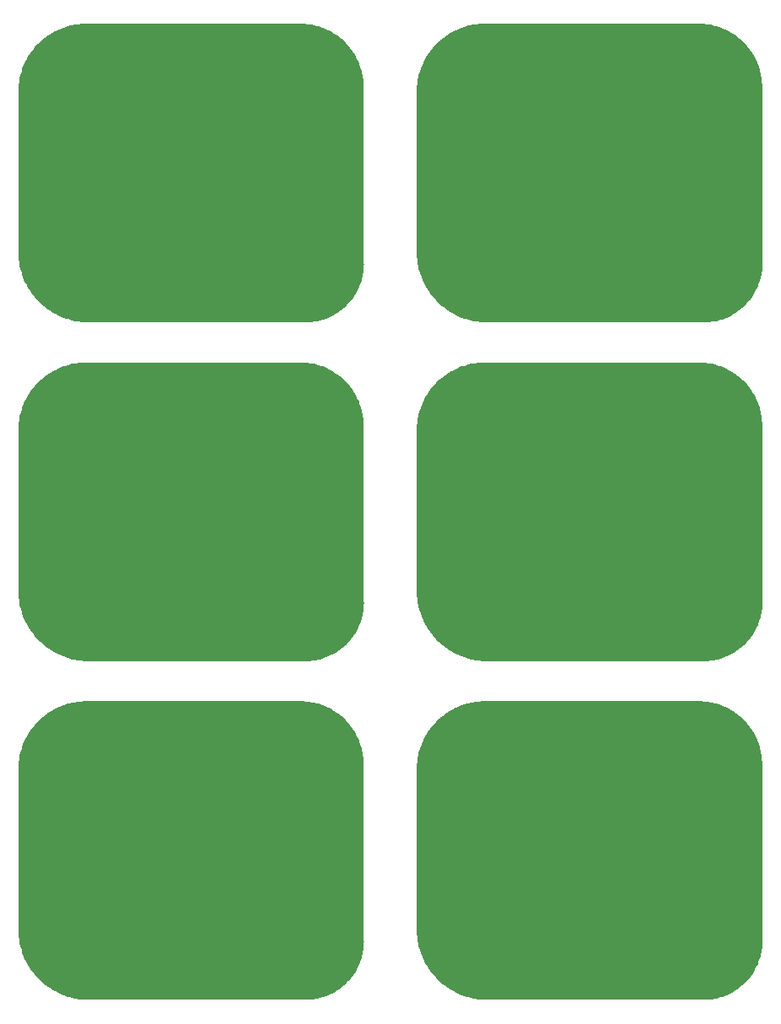
<source format=gbr>
G04 EasyPC Gerber Version 20.0.2 Build 4112 *
%FSLAX35Y35*%
%MOIN*%
%ADD15C,0.00500*%
X0Y0D02*
D02*
D15*
X29725Y1844D02*
X28808Y1860D01*
X27892Y1906*
X26978Y1982*
X26067Y2089*
X25161Y2227*
X24259Y2394*
X23363Y2592*
X22475Y2820*
X21594Y3077*
X20723Y3363*
X19862Y3678*
X19011Y4022*
X18173Y4394*
X17348Y4793*
X16536Y5220*
X15739Y5674*
X14957Y6155*
X14193Y6661*
X13445Y7193*
X12715Y7748*
X12005Y8329*
X11315Y8932*
X10644Y9559*
X9996Y10207*
X9369Y10877*
X8765Y11567*
X8184Y12277*
X7628Y13006*
X7096Y13753*
X6589Y14518*
X6108Y15299*
X5654Y16095*
X5226Y16907*
X4826Y17732*
X4454Y18570*
X4109Y19420*
X3793Y20281*
X3507Y21152*
X3249Y22033*
X3021Y22921*
X2823Y23816*
X2655Y24718*
X2517Y25624*
X2410Y26535*
X2333Y27449*
X2286Y28365*
X2269Y29301*
Y92701*
X2284Y93604*
X2330Y94506*
X2407Y95406*
X2515Y96303*
X2653Y97196*
X2821Y98083*
X3020Y98964*
X3249Y99838*
X3507Y100703*
X3795Y101559*
X4112Y102405*
X4457Y103240*
X4831Y104062*
X5233Y104871*
X5662Y105666*
X6118Y106445*
X6600Y107209*
X7109Y107956*
X7642Y108685*
X8200Y109395*
X8782Y110086*
X9387Y110757*
X10015Y111406*
X10664Y112034*
X11334Y112639*
X12025Y113221*
X12735Y113780*
X13464Y114313*
X14210Y114821*
X14974Y115304*
X15753Y115760*
X16548Y116190*
X17356Y116592*
X18178Y116966*
X19013Y117312*
X19858Y117629*
X20714Y117917*
X21580Y118176*
X22453Y118405*
X23334Y118604*
X24222Y118773*
X25114Y118912*
X26011Y119020*
X26911Y119097*
X27813Y119143*
X28727Y119159*
X113468*
X114345Y119144*
X115222Y119097*
X116096Y119019*
X116966Y118909*
X117832Y118769*
X118693Y118598*
X119547Y118396*
X120393Y118164*
X121230Y117902*
X122058Y117610*
X122874Y117289*
X123679Y116939*
X124471Y116560*
X125248Y116153*
X126011Y115719*
X126757Y115258*
X127487Y114770*
X128199Y114257*
X128892Y113719*
X129565Y113157*
X130218Y112570*
X130849Y111961*
X131459Y111330*
X132045Y110677*
X132608Y110004*
X133147Y109311*
X133660Y108600*
X134148Y107870*
X134609Y107124*
X135044Y106361*
X135451Y105583*
X135830Y104792*
X136180Y103988*
X136502Y103171*
X136794Y102344*
X137056Y101506*
X137289Y100660*
X137491Y99806*
X137662Y98946*
X137802Y98080*
X137912Y97209*
X137990Y96335*
X138037Y95459*
X138054Y94573*
Y24683*
X138179*
X138164Y23849*
X138118Y23016*
X138042Y22185*
X137936Y21358*
X137799Y20535*
X137633Y19718*
X137437Y18907*
X137211Y18104*
X136956Y17309*
X136672Y16524*
X136360Y15751*
X136020Y14989*
X135652Y14240*
X135257Y13505*
X134836Y12785*
X134388Y12081*
X133915Y11394*
X133418Y10724*
X132896Y10073*
X132350Y9442*
X131782Y8831*
X131193Y8241*
X130581Y7673*
X129950Y7128*
X129299Y6606*
X128630Y6108*
X127942Y5635*
X127238Y5187*
X126518Y4766*
X125783Y4371*
X125034Y4003*
X124272Y3663*
X123499Y3351*
X122714Y3067*
X121920Y2812*
X121117Y2587*
X120306Y2391*
X119488Y2224*
X118665Y2087*
X117838Y1981*
X117007Y1905*
X116174Y1859*
X115340Y1844*
X29725*
G36*
X28808Y1860*
X27892Y1906*
X26978Y1982*
X26067Y2089*
X25161Y2227*
X24259Y2394*
X23363Y2592*
X22475Y2820*
X21594Y3077*
X20723Y3363*
X19862Y3678*
X19011Y4022*
X18173Y4394*
X17348Y4793*
X16536Y5220*
X15739Y5674*
X14957Y6155*
X14193Y6661*
X13445Y7193*
X12715Y7748*
X12005Y8329*
X11315Y8932*
X10644Y9559*
X9996Y10207*
X9369Y10877*
X8765Y11567*
X8184Y12277*
X7628Y13006*
X7096Y13753*
X6589Y14518*
X6108Y15299*
X5654Y16095*
X5226Y16907*
X4826Y17732*
X4454Y18570*
X4109Y19420*
X3793Y20281*
X3507Y21152*
X3249Y22033*
X3021Y22921*
X2823Y23816*
X2655Y24718*
X2517Y25624*
X2410Y26535*
X2333Y27449*
X2286Y28365*
X2269Y29301*
Y92701*
X2284Y93604*
X2330Y94506*
X2407Y95406*
X2515Y96303*
X2653Y97196*
X2821Y98083*
X3020Y98964*
X3249Y99838*
X3507Y100703*
X3795Y101559*
X4112Y102405*
X4457Y103240*
X4831Y104062*
X5233Y104871*
X5662Y105666*
X6118Y106445*
X6600Y107209*
X7109Y107956*
X7642Y108685*
X8200Y109395*
X8782Y110086*
X9387Y110757*
X10015Y111406*
X10664Y112034*
X11334Y112639*
X12025Y113221*
X12735Y113780*
X13464Y114313*
X14210Y114821*
X14974Y115304*
X15753Y115760*
X16548Y116190*
X17356Y116592*
X18178Y116966*
X19013Y117312*
X19858Y117629*
X20714Y117917*
X21580Y118176*
X22453Y118405*
X23334Y118604*
X24222Y118773*
X25114Y118912*
X26011Y119020*
X26911Y119097*
X27813Y119143*
X28727Y119159*
X113468*
X114345Y119144*
X115222Y119097*
X116096Y119019*
X116966Y118909*
X117832Y118769*
X118693Y118598*
X119547Y118396*
X120393Y118164*
X121230Y117902*
X122058Y117610*
X122874Y117289*
X123679Y116939*
X124471Y116560*
X125248Y116153*
X126011Y115719*
X126757Y115258*
X127487Y114770*
X128199Y114257*
X128892Y113719*
X129565Y113157*
X130218Y112570*
X130849Y111961*
X131459Y111330*
X132045Y110677*
X132608Y110004*
X133147Y109311*
X133660Y108600*
X134148Y107870*
X134609Y107124*
X135044Y106361*
X135451Y105583*
X135830Y104792*
X136180Y103988*
X136502Y103171*
X136794Y102344*
X137056Y101506*
X137289Y100660*
X137491Y99806*
X137662Y98946*
X137802Y98080*
X137912Y97209*
X137990Y96335*
X138037Y95459*
X138054Y94573*
Y24683*
X138179*
X138164Y23849*
X138118Y23016*
X138042Y22185*
X137936Y21358*
X137799Y20535*
X137633Y19718*
X137437Y18907*
X137211Y18104*
X136956Y17309*
X136672Y16524*
X136360Y15751*
X136020Y14989*
X135652Y14240*
X135257Y13505*
X134836Y12785*
X134388Y12081*
X133915Y11394*
X133418Y10724*
X132896Y10073*
X132350Y9442*
X131782Y8831*
X131193Y8241*
X130581Y7673*
X129950Y7128*
X129299Y6606*
X128630Y6108*
X127942Y5635*
X127238Y5187*
X126518Y4766*
X125783Y4371*
X125034Y4003*
X124272Y3663*
X123499Y3351*
X122714Y3067*
X121920Y2812*
X121117Y2587*
X120306Y2391*
X119488Y2224*
X118665Y2087*
X117838Y1981*
X117007Y1905*
X116174Y1859*
X115340Y1844*
X29725*
G37*
Y135703D02*
X28808Y135718D01*
X27892Y135764*
X26978Y135841*
X26067Y135948*
X25161Y136085*
X24259Y136253*
X23363Y136450*
X22475Y136678*
X21594Y136935*
X20723Y137221*
X19862Y137536*
X19011Y137880*
X18173Y138252*
X17348Y138652*
X16536Y139079*
X15739Y139533*
X14957Y140013*
X14193Y140519*
X13445Y141051*
X12715Y141607*
X12005Y142187*
X11315Y142791*
X10644Y143417*
X9996Y144065*
X9369Y144735*
X8765Y145425*
X8184Y146135*
X7628Y146864*
X7096Y147611*
X6589Y148376*
X6108Y149157*
X5654Y149954*
X5226Y150765*
X4826Y151590*
X4454Y152428*
X4109Y153278*
X3793Y154139*
X3507Y155011*
X3249Y155891*
X3021Y156779*
X2823Y157674*
X2655Y158576*
X2517Y159483*
X2410Y160393*
X2333Y161307*
X2286Y162223*
X2269Y163159*
Y226559*
X2284Y227463*
X2330Y228365*
X2407Y229265*
X2515Y230161*
X2653Y231054*
X2821Y231941*
X3020Y232822*
X3249Y233696*
X3507Y234561*
X3795Y235418*
X4112Y236263*
X4457Y237098*
X4831Y237920*
X5233Y238729*
X5662Y239524*
X6118Y240304*
X6600Y241067*
X7109Y241814*
X7642Y242543*
X8200Y243254*
X8782Y243944*
X9387Y244615*
X10015Y245265*
X10664Y245893*
X11334Y246498*
X12025Y247080*
X12735Y247638*
X13464Y248171*
X14210Y248680*
X14974Y249162*
X15753Y249619*
X16548Y250048*
X17356Y250450*
X18178Y250824*
X19013Y251170*
X19858Y251487*
X20714Y251776*
X21580Y252034*
X22453Y252263*
X23334Y252463*
X24222Y252631*
X25114Y252770*
X26011Y252878*
X26911Y252955*
X27813Y253002*
X28727Y253018*
X113468*
X114345Y253002*
X115222Y252955*
X116096Y252877*
X116966Y252767*
X117832Y252627*
X118693Y252456*
X119547Y252254*
X120393Y252022*
X121230Y251760*
X122058Y251468*
X122874Y251147*
X123679Y250797*
X124471Y250418*
X125248Y250011*
X126011Y249577*
X126757Y249116*
X127487Y248629*
X128199Y248116*
X128892Y247578*
X129565Y247015*
X130218Y246429*
X130849Y245820*
X131459Y245188*
X132045Y244535*
X132608Y243862*
X133147Y243169*
X133660Y242458*
X134148Y241728*
X134609Y240982*
X135044Y240219*
X135451Y239442*
X135830Y238650*
X136180Y237846*
X136502Y237030*
X136794Y236202*
X137056Y235365*
X137289Y234519*
X137491Y233665*
X137662Y232804*
X137802Y231938*
X137912Y231067*
X137990Y230193*
X138037Y229317*
X138054Y228431*
Y158542*
X138179*
X138164Y157707*
X138118Y156874*
X138042Y156044*
X137936Y155216*
X137799Y154393*
X137633Y153576*
X137437Y152765*
X137211Y151962*
X136956Y151167*
X136672Y150383*
X136360Y149609*
X136020Y148847*
X135652Y148098*
X135257Y147363*
X134836Y146643*
X134388Y145939*
X133915Y145252*
X133418Y144582*
X132896Y143931*
X132350Y143300*
X131782Y142689*
X131193Y142099*
X130581Y141531*
X129950Y140986*
X129299Y140464*
X128630Y139966*
X127942Y139493*
X127238Y139046*
X126518Y138624*
X125783Y138229*
X125034Y137861*
X124272Y137521*
X123499Y137209*
X122714Y136925*
X121920Y136670*
X121117Y136445*
X120306Y136249*
X119488Y136082*
X118665Y135946*
X117838Y135839*
X117007Y135763*
X116174Y135718*
X115340Y135703*
X29725*
G36*
X28808Y135718*
X27892Y135764*
X26978Y135841*
X26067Y135948*
X25161Y136085*
X24259Y136253*
X23363Y136450*
X22475Y136678*
X21594Y136935*
X20723Y137221*
X19862Y137536*
X19011Y137880*
X18173Y138252*
X17348Y138652*
X16536Y139079*
X15739Y139533*
X14957Y140013*
X14193Y140519*
X13445Y141051*
X12715Y141607*
X12005Y142187*
X11315Y142791*
X10644Y143417*
X9996Y144065*
X9369Y144735*
X8765Y145425*
X8184Y146135*
X7628Y146864*
X7096Y147611*
X6589Y148376*
X6108Y149157*
X5654Y149954*
X5226Y150765*
X4826Y151590*
X4454Y152428*
X4109Y153278*
X3793Y154139*
X3507Y155011*
X3249Y155891*
X3021Y156779*
X2823Y157674*
X2655Y158576*
X2517Y159483*
X2410Y160393*
X2333Y161307*
X2286Y162223*
X2269Y163159*
Y226559*
X2284Y227463*
X2330Y228365*
X2407Y229265*
X2515Y230161*
X2653Y231054*
X2821Y231941*
X3020Y232822*
X3249Y233696*
X3507Y234561*
X3795Y235418*
X4112Y236263*
X4457Y237098*
X4831Y237920*
X5233Y238729*
X5662Y239524*
X6118Y240304*
X6600Y241067*
X7109Y241814*
X7642Y242543*
X8200Y243254*
X8782Y243944*
X9387Y244615*
X10015Y245265*
X10664Y245893*
X11334Y246498*
X12025Y247080*
X12735Y247638*
X13464Y248171*
X14210Y248680*
X14974Y249162*
X15753Y249619*
X16548Y250048*
X17356Y250450*
X18178Y250824*
X19013Y251170*
X19858Y251487*
X20714Y251776*
X21580Y252034*
X22453Y252263*
X23334Y252463*
X24222Y252631*
X25114Y252770*
X26011Y252878*
X26911Y252955*
X27813Y253002*
X28727Y253018*
X113468*
X114345Y253002*
X115222Y252955*
X116096Y252877*
X116966Y252767*
X117832Y252627*
X118693Y252456*
X119547Y252254*
X120393Y252022*
X121230Y251760*
X122058Y251468*
X122874Y251147*
X123679Y250797*
X124471Y250418*
X125248Y250011*
X126011Y249577*
X126757Y249116*
X127487Y248629*
X128199Y248116*
X128892Y247578*
X129565Y247015*
X130218Y246429*
X130849Y245820*
X131459Y245188*
X132045Y244535*
X132608Y243862*
X133147Y243169*
X133660Y242458*
X134148Y241728*
X134609Y240982*
X135044Y240219*
X135451Y239442*
X135830Y238650*
X136180Y237846*
X136502Y237030*
X136794Y236202*
X137056Y235365*
X137289Y234519*
X137491Y233665*
X137662Y232804*
X137802Y231938*
X137912Y231067*
X137990Y230193*
X138037Y229317*
X138054Y228431*
Y158542*
X138179*
X138164Y157707*
X138118Y156874*
X138042Y156044*
X137936Y155216*
X137799Y154393*
X137633Y153576*
X137437Y152765*
X137211Y151962*
X136956Y151167*
X136672Y150383*
X136360Y149609*
X136020Y148847*
X135652Y148098*
X135257Y147363*
X134836Y146643*
X134388Y145939*
X133915Y145252*
X133418Y144582*
X132896Y143931*
X132350Y143300*
X131782Y142689*
X131193Y142099*
X130581Y141531*
X129950Y140986*
X129299Y140464*
X128630Y139966*
X127942Y139493*
X127238Y139046*
X126518Y138624*
X125783Y138229*
X125034Y137861*
X124272Y137521*
X123499Y137209*
X122714Y136925*
X121920Y136670*
X121117Y136445*
X120306Y136249*
X119488Y136082*
X118665Y135946*
X117838Y135839*
X117007Y135763*
X116174Y135718*
X115340Y135703*
X29725*
G37*
Y269561D02*
X28808Y269576D01*
X27892Y269622*
X26978Y269699*
X26067Y269806*
X25161Y269943*
X24259Y270111*
X23363Y270309*
X22475Y270536*
X21594Y270793*
X20723Y271080*
X19862Y271394*
X19011Y271738*
X18173Y272110*
X17348Y272510*
X16536Y272937*
X15739Y273391*
X14957Y273871*
X14193Y274378*
X13445Y274909*
X12715Y275465*
X12005Y276045*
X11315Y276649*
X10644Y277275*
X9996Y277924*
X9369Y278593*
X8765Y279283*
X8184Y279993*
X7628Y280722*
X7096Y281470*
X6589Y282234*
X6108Y283015*
X5654Y283812*
X5226Y284623*
X4826Y285448*
X4454Y286287*
X4109Y287137*
X3793Y287998*
X3507Y288869*
X3249Y289749*
X3021Y290637*
X2823Y291533*
X2655Y292434*
X2517Y293341*
X2410Y294252*
X2333Y295165*
X2286Y296081*
X2269Y297018*
Y360418*
X2284Y361321*
X2330Y362223*
X2407Y363123*
X2515Y364020*
X2653Y364912*
X2821Y365800*
X3020Y366681*
X3249Y367554*
X3507Y368420*
X3795Y369276*
X4112Y370122*
X4457Y370956*
X4831Y371778*
X5233Y372587*
X5662Y373382*
X6118Y374162*
X6600Y374926*
X7109Y375672*
X7642Y376402*
X8200Y377112*
X8782Y377803*
X9387Y378473*
X10015Y379123*
X10664Y379751*
X11334Y380356*
X12025Y380938*
X12735Y381496*
X13464Y382030*
X14210Y382538*
X14974Y383020*
X15753Y383477*
X16548Y383906*
X17356Y384308*
X18178Y384682*
X19013Y385028*
X19858Y385346*
X20714Y385634*
X21580Y385893*
X22453Y386122*
X23334Y386321*
X24222Y386490*
X25114Y386628*
X26011Y386736*
X26911Y386813*
X27813Y386860*
X28727Y386876*
X113468*
X114345Y386860*
X115222Y386813*
X116096Y386735*
X116966Y386626*
X117832Y386485*
X118693Y386314*
X119547Y386113*
X120393Y385880*
X121230Y385618*
X122058Y385326*
X122874Y385005*
X123679Y384655*
X124471Y384276*
X125248Y383870*
X126011Y383435*
X126757Y382974*
X127487Y382487*
X128199Y381974*
X128892Y381436*
X129565Y380873*
X130218Y380287*
X130849Y379678*
X131459Y379046*
X132045Y378394*
X132608Y377720*
X133147Y377028*
X133660Y376316*
X134148Y375587*
X134609Y374840*
X135044Y374078*
X135451Y373300*
X135830Y372509*
X136180Y371704*
X136502Y370888*
X136794Y370060*
X137056Y369223*
X137289Y368377*
X137491Y367523*
X137662Y366662*
X137802Y365796*
X137912Y364926*
X137990Y364052*
X138037Y363176*
X138054Y362290*
Y292400*
X138179*
X138164Y291566*
X138118Y290733*
X138042Y289902*
X137936Y289074*
X137799Y288252*
X137633Y287434*
X137437Y286623*
X137211Y285820*
X136956Y285026*
X136672Y284241*
X136360Y283467*
X136020Y282706*
X135652Y281957*
X135257Y281222*
X134836Y280502*
X134388Y279798*
X133915Y279110*
X133418Y278441*
X132896Y277790*
X132350Y277158*
X131782Y276547*
X131193Y275957*
X130581Y275389*
X129950Y274844*
X129299Y274322*
X128630Y273824*
X127942Y273352*
X127238Y272904*
X126518Y272482*
X125783Y272087*
X125034Y271720*
X124272Y271380*
X123499Y271067*
X122714Y270783*
X121920Y270529*
X121117Y270303*
X120306Y270107*
X119488Y269941*
X118665Y269804*
X117838Y269698*
X117007Y269622*
X116174Y269576*
X115340Y269561*
X29725*
G36*
X28808Y269576*
X27892Y269622*
X26978Y269699*
X26067Y269806*
X25161Y269943*
X24259Y270111*
X23363Y270309*
X22475Y270536*
X21594Y270793*
X20723Y271080*
X19862Y271394*
X19011Y271738*
X18173Y272110*
X17348Y272510*
X16536Y272937*
X15739Y273391*
X14957Y273871*
X14193Y274378*
X13445Y274909*
X12715Y275465*
X12005Y276045*
X11315Y276649*
X10644Y277275*
X9996Y277924*
X9369Y278593*
X8765Y279283*
X8184Y279993*
X7628Y280722*
X7096Y281470*
X6589Y282234*
X6108Y283015*
X5654Y283812*
X5226Y284623*
X4826Y285448*
X4454Y286287*
X4109Y287137*
X3793Y287998*
X3507Y288869*
X3249Y289749*
X3021Y290637*
X2823Y291533*
X2655Y292434*
X2517Y293341*
X2410Y294252*
X2333Y295165*
X2286Y296081*
X2269Y297018*
Y360418*
X2284Y361321*
X2330Y362223*
X2407Y363123*
X2515Y364020*
X2653Y364912*
X2821Y365800*
X3020Y366681*
X3249Y367554*
X3507Y368420*
X3795Y369276*
X4112Y370122*
X4457Y370956*
X4831Y371778*
X5233Y372587*
X5662Y373382*
X6118Y374162*
X6600Y374926*
X7109Y375672*
X7642Y376402*
X8200Y377112*
X8782Y377803*
X9387Y378473*
X10015Y379123*
X10664Y379751*
X11334Y380356*
X12025Y380938*
X12735Y381496*
X13464Y382030*
X14210Y382538*
X14974Y383020*
X15753Y383477*
X16548Y383906*
X17356Y384308*
X18178Y384682*
X19013Y385028*
X19858Y385346*
X20714Y385634*
X21580Y385893*
X22453Y386122*
X23334Y386321*
X24222Y386490*
X25114Y386628*
X26011Y386736*
X26911Y386813*
X27813Y386860*
X28727Y386876*
X113468*
X114345Y386860*
X115222Y386813*
X116096Y386735*
X116966Y386626*
X117832Y386485*
X118693Y386314*
X119547Y386113*
X120393Y385880*
X121230Y385618*
X122058Y385326*
X122874Y385005*
X123679Y384655*
X124471Y384276*
X125248Y383870*
X126011Y383435*
X126757Y382974*
X127487Y382487*
X128199Y381974*
X128892Y381436*
X129565Y380873*
X130218Y380287*
X130849Y379678*
X131459Y379046*
X132045Y378394*
X132608Y377720*
X133147Y377028*
X133660Y376316*
X134148Y375587*
X134609Y374840*
X135044Y374078*
X135451Y373300*
X135830Y372509*
X136180Y371704*
X136502Y370888*
X136794Y370060*
X137056Y369223*
X137289Y368377*
X137491Y367523*
X137662Y366662*
X137802Y365796*
X137912Y364926*
X137990Y364052*
X138037Y363176*
X138054Y362290*
Y292400*
X138179*
X138164Y291566*
X138118Y290733*
X138042Y289902*
X137936Y289074*
X137799Y288252*
X137633Y287434*
X137437Y286623*
X137211Y285820*
X136956Y285026*
X136672Y284241*
X136360Y283467*
X136020Y282706*
X135652Y281957*
X135257Y281222*
X134836Y280502*
X134388Y279798*
X133915Y279110*
X133418Y278441*
X132896Y277790*
X132350Y277158*
X131782Y276547*
X131193Y275957*
X130581Y275389*
X129950Y274844*
X129299Y274322*
X128630Y273824*
X127942Y273352*
X127238Y272904*
X126518Y272482*
X125783Y272087*
X125034Y271720*
X124272Y271380*
X123499Y271067*
X122714Y270783*
X121920Y270529*
X121117Y270303*
X120306Y270107*
X119488Y269941*
X118665Y269804*
X117838Y269698*
X117007Y269622*
X116174Y269576*
X115340Y269561*
X29725*
G37*
X187206Y1844D02*
X186289Y1860D01*
X185372Y1906*
X184459Y1982*
X183548Y2089*
X182641Y2227*
X181739Y2394*
X180844Y2592*
X179955Y2820*
X179075Y3077*
X178204Y3363*
X177342Y3678*
X176492Y4022*
X175654Y4394*
X174828Y4793*
X174016Y5220*
X173219Y5674*
X172438Y6155*
X171673Y6661*
X170925Y7193*
X170196Y7748*
X169485Y8329*
X168795Y8932*
X168125Y9559*
X167476Y10207*
X166849Y10877*
X166245Y11567*
X165665Y12277*
X165108Y13006*
X164576Y13753*
X164069Y14518*
X163589Y15299*
X163134Y16095*
X162707Y16907*
X162306Y17732*
X161934Y18570*
X161589Y19420*
X161274Y20281*
X160987Y21152*
X160730Y22033*
X160502Y22921*
X160304Y23816*
X160135Y24718*
X159998Y25624*
X159890Y26535*
X159813Y27449*
X159767Y28365*
X159749Y29301*
Y92701*
X159764Y93604*
X159810Y94506*
X159887Y95406*
X159995Y96303*
X160133Y97196*
X160302Y98083*
X160500Y98964*
X160729Y99838*
X160987Y100703*
X161275Y101559*
X161592Y102405*
X161938Y103240*
X162312Y104062*
X162713Y104871*
X163143Y105666*
X163598Y106445*
X164081Y107209*
X164589Y107956*
X165122Y108685*
X165680Y109395*
X166262Y110086*
X166867Y110757*
X167495Y111406*
X168144Y112034*
X168815Y112639*
X169505Y113221*
X170215Y113780*
X170944Y114313*
X171691Y114821*
X172454Y115304*
X173233Y115760*
X174028Y116190*
X174837Y116592*
X175659Y116966*
X176493Y117312*
X177339Y117629*
X178194Y117917*
X179060Y118176*
X179933Y118405*
X180815Y118604*
X181702Y118773*
X182594Y118912*
X183491Y119020*
X184391Y119097*
X185293Y119143*
X186207Y119159*
X270948*
X271826Y119144*
X272702Y119097*
X273576Y119019*
X274446Y118909*
X275313Y118769*
X276173Y118598*
X277027Y118396*
X277873Y118164*
X278711Y117902*
X279538Y117610*
X280355Y117289*
X281159Y116939*
X281951Y116560*
X282729Y116153*
X283491Y115719*
X284238Y115258*
X284967Y114770*
X285679Y114257*
X286372Y113719*
X287045Y113157*
X287698Y112570*
X288330Y111961*
X288939Y111330*
X289526Y110677*
X290089Y110004*
X290627Y109311*
X291141Y108600*
X291628Y107870*
X292090Y107124*
X292524Y106361*
X292931Y105583*
X293310Y104792*
X293660Y103988*
X293982Y103171*
X294274Y102344*
X294537Y101506*
X294769Y100660*
X294971Y99806*
X295142Y98946*
X295283Y98080*
X295392Y97209*
X295470Y96335*
X295518Y95459*
X295535Y94573*
Y24683*
X295659*
X295644Y23849*
X295598Y23016*
X295522Y22185*
X295416Y21358*
X295280Y20535*
X295113Y19718*
X294917Y18907*
X294691Y18104*
X294437Y17309*
X294153Y16524*
X293841Y15751*
X293500Y14989*
X293133Y14240*
X292738Y13505*
X292316Y12785*
X291869Y12081*
X291396Y11394*
X290898Y10724*
X290376Y10073*
X289831Y9442*
X289263Y8831*
X288673Y8241*
X288062Y7673*
X287430Y7128*
X286780Y6606*
X286110Y6108*
X285422Y5635*
X284719Y5187*
X283998Y4766*
X283263Y4371*
X282515Y4003*
X281753Y3663*
X280979Y3351*
X280194Y3067*
X279400Y2812*
X278597Y2587*
X277786Y2391*
X276969Y2224*
X276146Y2087*
X275318Y1981*
X274487Y1905*
X273654Y1859*
X272820Y1844*
X187206*
G36*
X186289Y1860*
X185372Y1906*
X184459Y1982*
X183548Y2089*
X182641Y2227*
X181739Y2394*
X180844Y2592*
X179955Y2820*
X179075Y3077*
X178204Y3363*
X177342Y3678*
X176492Y4022*
X175654Y4394*
X174828Y4793*
X174016Y5220*
X173219Y5674*
X172438Y6155*
X171673Y6661*
X170925Y7193*
X170196Y7748*
X169485Y8329*
X168795Y8932*
X168125Y9559*
X167476Y10207*
X166849Y10877*
X166245Y11567*
X165665Y12277*
X165108Y13006*
X164576Y13753*
X164069Y14518*
X163589Y15299*
X163134Y16095*
X162707Y16907*
X162306Y17732*
X161934Y18570*
X161589Y19420*
X161274Y20281*
X160987Y21152*
X160730Y22033*
X160502Y22921*
X160304Y23816*
X160135Y24718*
X159998Y25624*
X159890Y26535*
X159813Y27449*
X159767Y28365*
X159749Y29301*
Y92701*
X159764Y93604*
X159810Y94506*
X159887Y95406*
X159995Y96303*
X160133Y97196*
X160302Y98083*
X160500Y98964*
X160729Y99838*
X160987Y100703*
X161275Y101559*
X161592Y102405*
X161938Y103240*
X162312Y104062*
X162713Y104871*
X163143Y105666*
X163598Y106445*
X164081Y107209*
X164589Y107956*
X165122Y108685*
X165680Y109395*
X166262Y110086*
X166867Y110757*
X167495Y111406*
X168144Y112034*
X168815Y112639*
X169505Y113221*
X170215Y113780*
X170944Y114313*
X171691Y114821*
X172454Y115304*
X173233Y115760*
X174028Y116190*
X174837Y116592*
X175659Y116966*
X176493Y117312*
X177339Y117629*
X178194Y117917*
X179060Y118176*
X179933Y118405*
X180815Y118604*
X181702Y118773*
X182594Y118912*
X183491Y119020*
X184391Y119097*
X185293Y119143*
X186207Y119159*
X270948*
X271826Y119144*
X272702Y119097*
X273576Y119019*
X274446Y118909*
X275313Y118769*
X276173Y118598*
X277027Y118396*
X277873Y118164*
X278711Y117902*
X279538Y117610*
X280355Y117289*
X281159Y116939*
X281951Y116560*
X282729Y116153*
X283491Y115719*
X284238Y115258*
X284967Y114770*
X285679Y114257*
X286372Y113719*
X287045Y113157*
X287698Y112570*
X288330Y111961*
X288939Y111330*
X289526Y110677*
X290089Y110004*
X290627Y109311*
X291141Y108600*
X291628Y107870*
X292090Y107124*
X292524Y106361*
X292931Y105583*
X293310Y104792*
X293660Y103988*
X293982Y103171*
X294274Y102344*
X294537Y101506*
X294769Y100660*
X294971Y99806*
X295142Y98946*
X295283Y98080*
X295392Y97209*
X295470Y96335*
X295518Y95459*
X295535Y94573*
Y24683*
X295659*
X295644Y23849*
X295598Y23016*
X295522Y22185*
X295416Y21358*
X295280Y20535*
X295113Y19718*
X294917Y18907*
X294691Y18104*
X294437Y17309*
X294153Y16524*
X293841Y15751*
X293500Y14989*
X293133Y14240*
X292738Y13505*
X292316Y12785*
X291869Y12081*
X291396Y11394*
X290898Y10724*
X290376Y10073*
X289831Y9442*
X289263Y8831*
X288673Y8241*
X288062Y7673*
X287430Y7128*
X286780Y6606*
X286110Y6108*
X285422Y5635*
X284719Y5187*
X283998Y4766*
X283263Y4371*
X282515Y4003*
X281753Y3663*
X280979Y3351*
X280194Y3067*
X279400Y2812*
X278597Y2587*
X277786Y2391*
X276969Y2224*
X276146Y2087*
X275318Y1981*
X274487Y1905*
X273654Y1859*
X272820Y1844*
X187206*
G37*
Y135703D02*
X186289Y135718D01*
X185372Y135764*
X184459Y135841*
X183548Y135948*
X182641Y136085*
X181739Y136253*
X180844Y136450*
X179955Y136678*
X179075Y136935*
X178204Y137221*
X177342Y137536*
X176492Y137880*
X175654Y138252*
X174828Y138652*
X174016Y139079*
X173219Y139533*
X172438Y140013*
X171673Y140519*
X170925Y141051*
X170196Y141607*
X169485Y142187*
X168795Y142791*
X168125Y143417*
X167476Y144065*
X166849Y144735*
X166245Y145425*
X165665Y146135*
X165108Y146864*
X164576Y147611*
X164069Y148376*
X163589Y149157*
X163134Y149954*
X162707Y150765*
X162306Y151590*
X161934Y152428*
X161589Y153278*
X161274Y154139*
X160987Y155011*
X160730Y155891*
X160502Y156779*
X160304Y157674*
X160135Y158576*
X159998Y159483*
X159890Y160393*
X159813Y161307*
X159767Y162223*
X159749Y163159*
Y226559*
X159764Y227463*
X159810Y228365*
X159887Y229265*
X159995Y230161*
X160133Y231054*
X160302Y231941*
X160500Y232822*
X160729Y233696*
X160987Y234561*
X161275Y235418*
X161592Y236263*
X161938Y237098*
X162312Y237920*
X162713Y238729*
X163143Y239524*
X163598Y240304*
X164081Y241067*
X164589Y241814*
X165122Y242543*
X165680Y243254*
X166262Y243944*
X166867Y244615*
X167495Y245265*
X168144Y245893*
X168815Y246498*
X169505Y247080*
X170215Y247638*
X170944Y248171*
X171691Y248680*
X172454Y249162*
X173233Y249619*
X174028Y250048*
X174837Y250450*
X175659Y250824*
X176493Y251170*
X177339Y251487*
X178194Y251776*
X179060Y252034*
X179933Y252263*
X180815Y252463*
X181702Y252631*
X182594Y252770*
X183491Y252878*
X184391Y252955*
X185293Y253002*
X186207Y253018*
X270948*
X271826Y253002*
X272702Y252955*
X273576Y252877*
X274446Y252767*
X275313Y252627*
X276173Y252456*
X277027Y252254*
X277873Y252022*
X278711Y251760*
X279538Y251468*
X280355Y251147*
X281159Y250797*
X281951Y250418*
X282729Y250011*
X283491Y249577*
X284238Y249116*
X284967Y248629*
X285679Y248116*
X286372Y247578*
X287045Y247015*
X287698Y246429*
X288330Y245820*
X288939Y245188*
X289526Y244535*
X290089Y243862*
X290627Y243169*
X291141Y242458*
X291628Y241728*
X292090Y240982*
X292524Y240219*
X292931Y239442*
X293310Y238650*
X293660Y237846*
X293982Y237030*
X294274Y236202*
X294537Y235365*
X294769Y234519*
X294971Y233665*
X295142Y232804*
X295283Y231938*
X295392Y231067*
X295470Y230193*
X295518Y229317*
X295535Y228431*
Y158542*
X295659*
X295644Y157707*
X295598Y156874*
X295522Y156044*
X295416Y155216*
X295280Y154393*
X295113Y153576*
X294917Y152765*
X294691Y151962*
X294437Y151167*
X294153Y150383*
X293841Y149609*
X293500Y148847*
X293133Y148098*
X292738Y147363*
X292316Y146643*
X291869Y145939*
X291396Y145252*
X290898Y144582*
X290376Y143931*
X289831Y143300*
X289263Y142689*
X288673Y142099*
X288062Y141531*
X287430Y140986*
X286780Y140464*
X286110Y139966*
X285422Y139493*
X284719Y139046*
X283998Y138624*
X283263Y138229*
X282515Y137861*
X281753Y137521*
X280979Y137209*
X280194Y136925*
X279400Y136670*
X278597Y136445*
X277786Y136249*
X276969Y136082*
X276146Y135946*
X275318Y135839*
X274487Y135763*
X273654Y135718*
X272820Y135703*
X187206*
G36*
X186289Y135718*
X185372Y135764*
X184459Y135841*
X183548Y135948*
X182641Y136085*
X181739Y136253*
X180844Y136450*
X179955Y136678*
X179075Y136935*
X178204Y137221*
X177342Y137536*
X176492Y137880*
X175654Y138252*
X174828Y138652*
X174016Y139079*
X173219Y139533*
X172438Y140013*
X171673Y140519*
X170925Y141051*
X170196Y141607*
X169485Y142187*
X168795Y142791*
X168125Y143417*
X167476Y144065*
X166849Y144735*
X166245Y145425*
X165665Y146135*
X165108Y146864*
X164576Y147611*
X164069Y148376*
X163589Y149157*
X163134Y149954*
X162707Y150765*
X162306Y151590*
X161934Y152428*
X161589Y153278*
X161274Y154139*
X160987Y155011*
X160730Y155891*
X160502Y156779*
X160304Y157674*
X160135Y158576*
X159998Y159483*
X159890Y160393*
X159813Y161307*
X159767Y162223*
X159749Y163159*
Y226559*
X159764Y227463*
X159810Y228365*
X159887Y229265*
X159995Y230161*
X160133Y231054*
X160302Y231941*
X160500Y232822*
X160729Y233696*
X160987Y234561*
X161275Y235418*
X161592Y236263*
X161938Y237098*
X162312Y237920*
X162713Y238729*
X163143Y239524*
X163598Y240304*
X164081Y241067*
X164589Y241814*
X165122Y242543*
X165680Y243254*
X166262Y243944*
X166867Y244615*
X167495Y245265*
X168144Y245893*
X168815Y246498*
X169505Y247080*
X170215Y247638*
X170944Y248171*
X171691Y248680*
X172454Y249162*
X173233Y249619*
X174028Y250048*
X174837Y250450*
X175659Y250824*
X176493Y251170*
X177339Y251487*
X178194Y251776*
X179060Y252034*
X179933Y252263*
X180815Y252463*
X181702Y252631*
X182594Y252770*
X183491Y252878*
X184391Y252955*
X185293Y253002*
X186207Y253018*
X270948*
X271826Y253002*
X272702Y252955*
X273576Y252877*
X274446Y252767*
X275313Y252627*
X276173Y252456*
X277027Y252254*
X277873Y252022*
X278711Y251760*
X279538Y251468*
X280355Y251147*
X281159Y250797*
X281951Y250418*
X282729Y250011*
X283491Y249577*
X284238Y249116*
X284967Y248629*
X285679Y248116*
X286372Y247578*
X287045Y247015*
X287698Y246429*
X288330Y245820*
X288939Y245188*
X289526Y244535*
X290089Y243862*
X290627Y243169*
X291141Y242458*
X291628Y241728*
X292090Y240982*
X292524Y240219*
X292931Y239442*
X293310Y238650*
X293660Y237846*
X293982Y237030*
X294274Y236202*
X294537Y235365*
X294769Y234519*
X294971Y233665*
X295142Y232804*
X295283Y231938*
X295392Y231067*
X295470Y230193*
X295518Y229317*
X295535Y228431*
Y158542*
X295659*
X295644Y157707*
X295598Y156874*
X295522Y156044*
X295416Y155216*
X295280Y154393*
X295113Y153576*
X294917Y152765*
X294691Y151962*
X294437Y151167*
X294153Y150383*
X293841Y149609*
X293500Y148847*
X293133Y148098*
X292738Y147363*
X292316Y146643*
X291869Y145939*
X291396Y145252*
X290898Y144582*
X290376Y143931*
X289831Y143300*
X289263Y142689*
X288673Y142099*
X288062Y141531*
X287430Y140986*
X286780Y140464*
X286110Y139966*
X285422Y139493*
X284719Y139046*
X283998Y138624*
X283263Y138229*
X282515Y137861*
X281753Y137521*
X280979Y137209*
X280194Y136925*
X279400Y136670*
X278597Y136445*
X277786Y136249*
X276969Y136082*
X276146Y135946*
X275318Y135839*
X274487Y135763*
X273654Y135718*
X272820Y135703*
X187206*
G37*
Y269561D02*
X186289Y269576D01*
X185372Y269622*
X184459Y269699*
X183548Y269806*
X182641Y269943*
X181739Y270111*
X180844Y270309*
X179955Y270536*
X179075Y270793*
X178204Y271080*
X177342Y271394*
X176492Y271738*
X175654Y272110*
X174828Y272510*
X174016Y272937*
X173219Y273391*
X172438Y273871*
X171673Y274378*
X170925Y274909*
X170196Y275465*
X169485Y276045*
X168795Y276649*
X168125Y277275*
X167476Y277924*
X166849Y278593*
X166245Y279283*
X165665Y279993*
X165108Y280722*
X164576Y281470*
X164069Y282234*
X163589Y283015*
X163134Y283812*
X162707Y284623*
X162306Y285448*
X161934Y286287*
X161589Y287137*
X161274Y287998*
X160987Y288869*
X160730Y289749*
X160502Y290637*
X160304Y291533*
X160135Y292434*
X159998Y293341*
X159890Y294252*
X159813Y295165*
X159767Y296081*
X159749Y297018*
Y360418*
X159764Y361321*
X159810Y362223*
X159887Y363123*
X159995Y364020*
X160133Y364912*
X160302Y365800*
X160500Y366681*
X160729Y367554*
X160987Y368420*
X161275Y369276*
X161592Y370122*
X161938Y370956*
X162312Y371778*
X162713Y372587*
X163143Y373382*
X163598Y374162*
X164081Y374926*
X164589Y375672*
X165122Y376402*
X165680Y377112*
X166262Y377803*
X166867Y378473*
X167495Y379123*
X168144Y379751*
X168815Y380356*
X169505Y380938*
X170215Y381496*
X170944Y382030*
X171691Y382538*
X172454Y383020*
X173233Y383477*
X174028Y383906*
X174837Y384308*
X175659Y384682*
X176493Y385028*
X177339Y385346*
X178194Y385634*
X179060Y385893*
X179933Y386122*
X180815Y386321*
X181702Y386490*
X182594Y386628*
X183491Y386736*
X184391Y386813*
X185293Y386860*
X186207Y386876*
X270948*
X271826Y386860*
X272702Y386813*
X273576Y386735*
X274446Y386626*
X275313Y386485*
X276173Y386314*
X277027Y386113*
X277873Y385880*
X278711Y385618*
X279538Y385326*
X280355Y385005*
X281159Y384655*
X281951Y384276*
X282729Y383870*
X283491Y383435*
X284238Y382974*
X284967Y382487*
X285679Y381974*
X286372Y381436*
X287045Y380873*
X287698Y380287*
X288330Y379678*
X288939Y379046*
X289526Y378394*
X290089Y377720*
X290627Y377028*
X291141Y376316*
X291628Y375587*
X292090Y374840*
X292524Y374078*
X292931Y373300*
X293310Y372509*
X293660Y371704*
X293982Y370888*
X294274Y370060*
X294537Y369223*
X294769Y368377*
X294971Y367523*
X295142Y366662*
X295283Y365796*
X295392Y364926*
X295470Y364052*
X295518Y363176*
X295535Y362290*
Y292400*
X295659*
X295644Y291566*
X295598Y290733*
X295522Y289902*
X295416Y289074*
X295280Y288252*
X295113Y287434*
X294917Y286623*
X294691Y285820*
X294437Y285026*
X294153Y284241*
X293841Y283467*
X293500Y282706*
X293133Y281957*
X292738Y281222*
X292316Y280502*
X291869Y279798*
X291396Y279110*
X290898Y278441*
X290376Y277790*
X289831Y277158*
X289263Y276547*
X288673Y275957*
X288062Y275389*
X287430Y274844*
X286780Y274322*
X286110Y273824*
X285422Y273352*
X284719Y272904*
X283998Y272482*
X283263Y272087*
X282515Y271720*
X281753Y271380*
X280979Y271067*
X280194Y270783*
X279400Y270529*
X278597Y270303*
X277786Y270107*
X276969Y269941*
X276146Y269804*
X275318Y269698*
X274487Y269622*
X273654Y269576*
X272820Y269561*
X187206*
G36*
X186289Y269576*
X185372Y269622*
X184459Y269699*
X183548Y269806*
X182641Y269943*
X181739Y270111*
X180844Y270309*
X179955Y270536*
X179075Y270793*
X178204Y271080*
X177342Y271394*
X176492Y271738*
X175654Y272110*
X174828Y272510*
X174016Y272937*
X173219Y273391*
X172438Y273871*
X171673Y274378*
X170925Y274909*
X170196Y275465*
X169485Y276045*
X168795Y276649*
X168125Y277275*
X167476Y277924*
X166849Y278593*
X166245Y279283*
X165665Y279993*
X165108Y280722*
X164576Y281470*
X164069Y282234*
X163589Y283015*
X163134Y283812*
X162707Y284623*
X162306Y285448*
X161934Y286287*
X161589Y287137*
X161274Y287998*
X160987Y288869*
X160730Y289749*
X160502Y290637*
X160304Y291533*
X160135Y292434*
X159998Y293341*
X159890Y294252*
X159813Y295165*
X159767Y296081*
X159749Y297018*
Y360418*
X159764Y361321*
X159810Y362223*
X159887Y363123*
X159995Y364020*
X160133Y364912*
X160302Y365800*
X160500Y366681*
X160729Y367554*
X160987Y368420*
X161275Y369276*
X161592Y370122*
X161938Y370956*
X162312Y371778*
X162713Y372587*
X163143Y373382*
X163598Y374162*
X164081Y374926*
X164589Y375672*
X165122Y376402*
X165680Y377112*
X166262Y377803*
X166867Y378473*
X167495Y379123*
X168144Y379751*
X168815Y380356*
X169505Y380938*
X170215Y381496*
X170944Y382030*
X171691Y382538*
X172454Y383020*
X173233Y383477*
X174028Y383906*
X174837Y384308*
X175659Y384682*
X176493Y385028*
X177339Y385346*
X178194Y385634*
X179060Y385893*
X179933Y386122*
X180815Y386321*
X181702Y386490*
X182594Y386628*
X183491Y386736*
X184391Y386813*
X185293Y386860*
X186207Y386876*
X270948*
X271826Y386860*
X272702Y386813*
X273576Y386735*
X274446Y386626*
X275313Y386485*
X276173Y386314*
X277027Y386113*
X277873Y385880*
X278711Y385618*
X279538Y385326*
X280355Y385005*
X281159Y384655*
X281951Y384276*
X282729Y383870*
X283491Y383435*
X284238Y382974*
X284967Y382487*
X285679Y381974*
X286372Y381436*
X287045Y380873*
X287698Y380287*
X288330Y379678*
X288939Y379046*
X289526Y378394*
X290089Y377720*
X290627Y377028*
X291141Y376316*
X291628Y375587*
X292090Y374840*
X292524Y374078*
X292931Y373300*
X293310Y372509*
X293660Y371704*
X293982Y370888*
X294274Y370060*
X294537Y369223*
X294769Y368377*
X294971Y367523*
X295142Y366662*
X295283Y365796*
X295392Y364926*
X295470Y364052*
X295518Y363176*
X295535Y362290*
Y292400*
X295659*
X295644Y291566*
X295598Y290733*
X295522Y289902*
X295416Y289074*
X295280Y288252*
X295113Y287434*
X294917Y286623*
X294691Y285820*
X294437Y285026*
X294153Y284241*
X293841Y283467*
X293500Y282706*
X293133Y281957*
X292738Y281222*
X292316Y280502*
X291869Y279798*
X291396Y279110*
X290898Y278441*
X290376Y277790*
X289831Y277158*
X289263Y276547*
X288673Y275957*
X288062Y275389*
X287430Y274844*
X286780Y274322*
X286110Y273824*
X285422Y273352*
X284719Y272904*
X283998Y272482*
X283263Y272087*
X282515Y271720*
X281753Y271380*
X280979Y271067*
X280194Y270783*
X279400Y270529*
X278597Y270303*
X277786Y270107*
X276969Y269941*
X276146Y269804*
X275318Y269698*
X274487Y269622*
X273654Y269576*
X272820Y269561*
X187206*
G37*
X0Y0D02*
M02*

</source>
